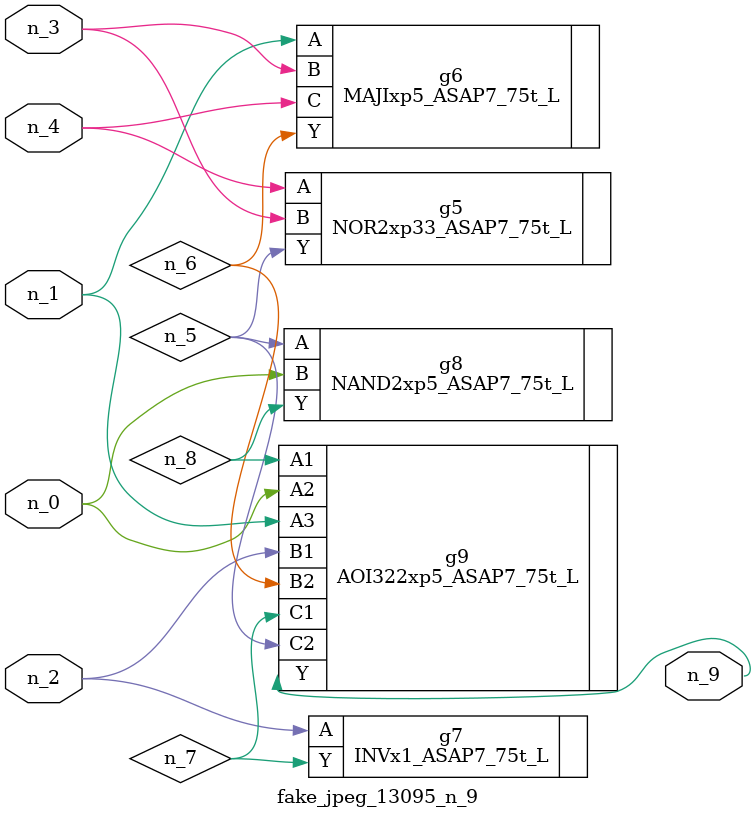
<source format=v>
module fake_jpeg_13095_n_9 (n_3, n_2, n_1, n_0, n_4, n_9);

input n_3;
input n_2;
input n_1;
input n_0;
input n_4;

output n_9;

wire n_8;
wire n_6;
wire n_5;
wire n_7;

NOR2xp33_ASAP7_75t_L g5 ( 
.A(n_4),
.B(n_3),
.Y(n_5)
);

MAJIxp5_ASAP7_75t_L g6 ( 
.A(n_1),
.B(n_3),
.C(n_4),
.Y(n_6)
);

INVx1_ASAP7_75t_L g7 ( 
.A(n_2),
.Y(n_7)
);

NAND2xp5_ASAP7_75t_L g8 ( 
.A(n_5),
.B(n_0),
.Y(n_8)
);

AOI322xp5_ASAP7_75t_L g9 ( 
.A1(n_8),
.A2(n_0),
.A3(n_1),
.B1(n_2),
.B2(n_6),
.C1(n_7),
.C2(n_5),
.Y(n_9)
);


endmodule
</source>
